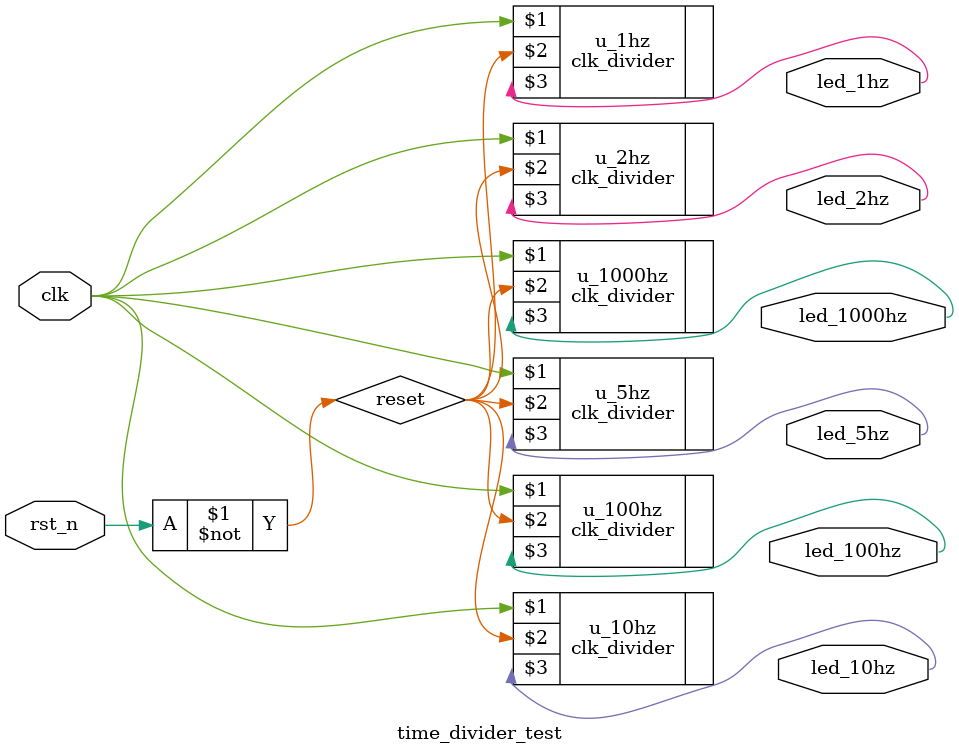
<source format=v>
`timescale 1ns / 1ps


module time_divider_test(input clk,
                         input rst_n,
                         output led_1hz,
                         output led_2hz,
                         output led_5hz,
                         output led_10hz,
                         output led_100hz,
                         output led_1000hz);
    wire reset;
    assign reset = ~rst_n;
    clk_divider #(.period(1_0000_0000)) u_1hz(clk, reset, led_1hz);
    clk_divider #(.period(5_0000_000)) u_2hz(clk, reset, led_2hz);
    clk_divider #(.period(2_0000_000)) u_5hz(clk, reset, led_5hz);
    clk_divider #(.period(1_0000_000)) u_10hz(clk, reset, led_10hz);
    clk_divider #(.period(1_0000_00)) u_100hz(clk, reset, led_100hz);
    clk_divider #(.period(1_0000_0)) u_1000hz(clk, reset, led_1000hz);
endmodule

</source>
